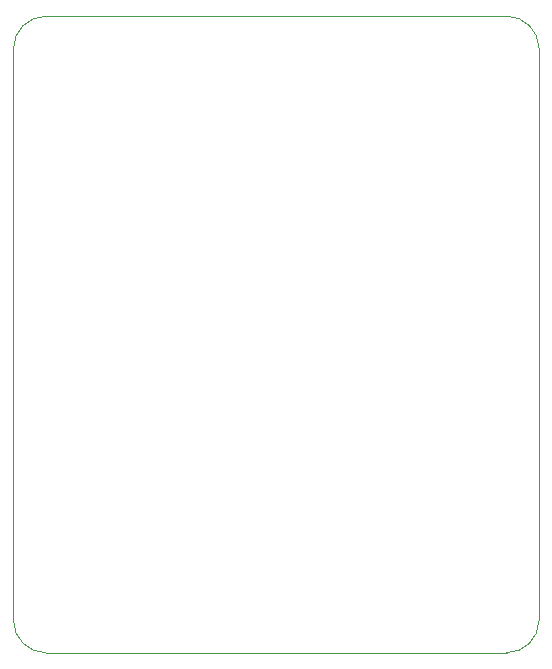
<source format=gbr>
%TF.GenerationSoftware,KiCad,Pcbnew,9.0.5*%
%TF.CreationDate,2025-10-31T15:40:08+01:00*%
%TF.ProjectId,ATMEGA32_evaluation_board,41544d45-4741-4333-925f-6576616c7561,rev?*%
%TF.SameCoordinates,Original*%
%TF.FileFunction,Profile,NP*%
%FSLAX46Y46*%
G04 Gerber Fmt 4.6, Leading zero omitted, Abs format (unit mm)*
G04 Created by KiCad (PCBNEW 9.0.5) date 2025-10-31 15:40:08*
%MOMM*%
%LPD*%
G01*
G04 APERTURE LIST*
%TA.AperFunction,Profile*%
%ADD10C,0.050000*%
%TD*%
G04 APERTURE END LIST*
D10*
X158550000Y-119200000D02*
G75*
G02*
X155800000Y-121950000I-2750000J0D01*
G01*
X114050000Y-70800000D02*
X114050000Y-119200000D01*
X116800000Y-121950000D02*
G75*
G02*
X114050000Y-119200000I0J2750000D01*
G01*
X114050000Y-70800000D02*
G75*
G02*
X116800000Y-68050000I2750000J0D01*
G01*
X116800000Y-68050000D02*
X155800000Y-68050000D01*
X116800000Y-121950000D02*
X155800000Y-121950000D01*
X158550000Y-70800000D02*
X158550000Y-119200000D01*
X155800000Y-68050000D02*
G75*
G02*
X158550000Y-70800000I0J-2750000D01*
G01*
M02*

</source>
